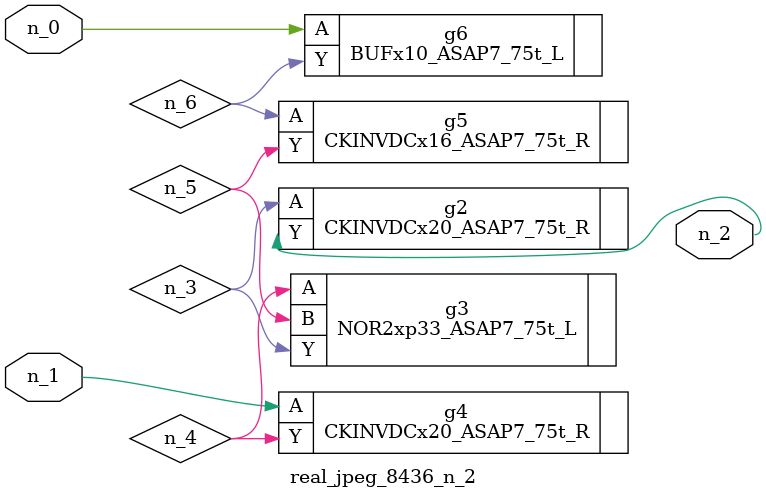
<source format=v>
module real_jpeg_8436_n_2 (n_1, n_0, n_2);

input n_1;
input n_0;

output n_2;

wire n_5;
wire n_4;
wire n_6;
wire n_3;

BUFx10_ASAP7_75t_L g6 ( 
.A(n_0),
.Y(n_6)
);

CKINVDCx20_ASAP7_75t_R g4 ( 
.A(n_1),
.Y(n_4)
);

CKINVDCx20_ASAP7_75t_R g2 ( 
.A(n_3),
.Y(n_2)
);

NOR2xp33_ASAP7_75t_L g3 ( 
.A(n_4),
.B(n_5),
.Y(n_3)
);

CKINVDCx16_ASAP7_75t_R g5 ( 
.A(n_6),
.Y(n_5)
);


endmodule
</source>
